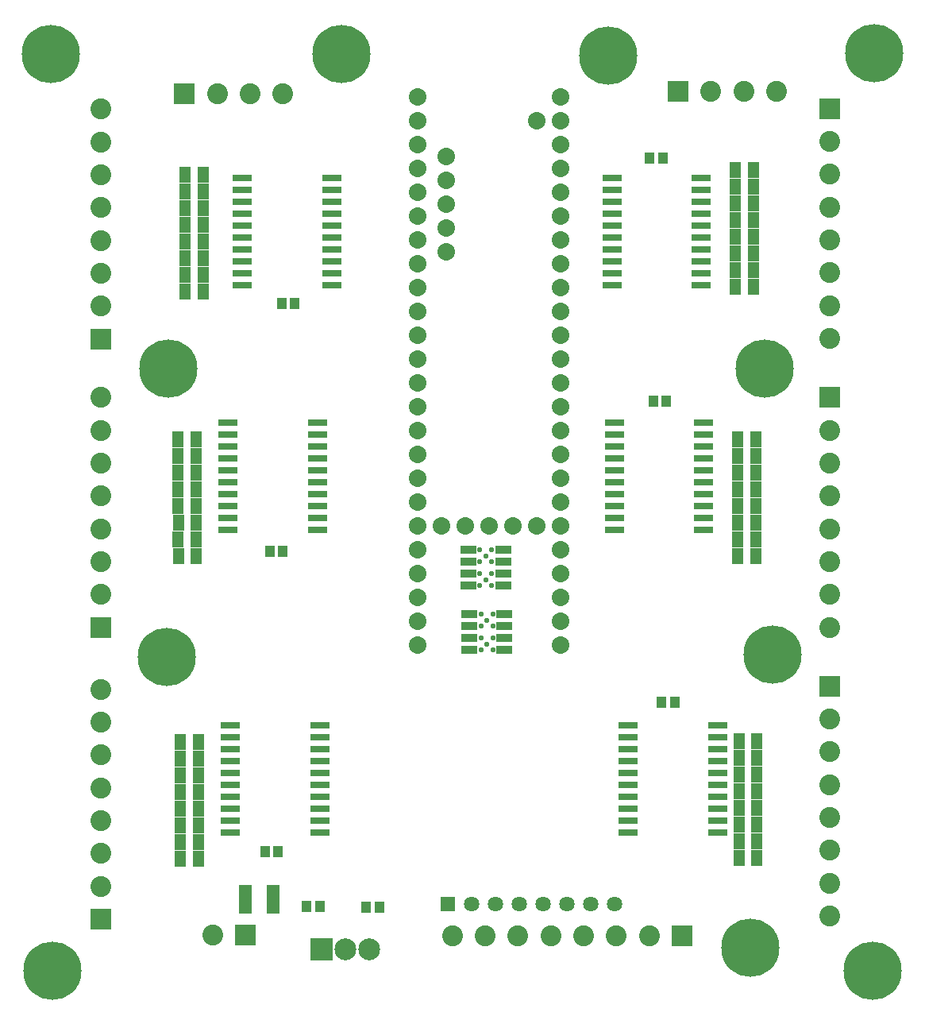
<source format=gts>
G04*
G04 #@! TF.GenerationSoftware,Altium Limited,Altium Designer,23.4.1 (23)*
G04*
G04 Layer_Color=8388736*
%FSLAX25Y25*%
%MOIN*%
G70*
G04*
G04 #@! TF.SameCoordinates,D3063454-9748-4D5F-95FB-788F291D17A3*
G04*
G04*
G04 #@! TF.FilePolarity,Negative*
G04*
G01*
G75*
%ADD20R,0.07900X0.02900*%
%ADD21R,0.04737X0.06509*%
%ADD22R,0.03871X0.04698*%
%ADD23R,0.06587X0.03713*%
%ADD24R,0.05446X0.11863*%
%ADD25R,0.08772X0.08772*%
%ADD26C,0.08772*%
%ADD27R,0.08772X0.08772*%
%ADD28R,0.06410X0.06410*%
%ADD29C,0.06410*%
%ADD30R,0.09186X0.09186*%
%ADD31C,0.09186*%
%ADD32C,0.07355*%
%ADD33C,0.02257*%
%ADD34C,0.24422*%
D20*
X188200Y166000D02*
D03*
Y171000D02*
D03*
Y176000D02*
D03*
Y181000D02*
D03*
Y186000D02*
D03*
Y191000D02*
D03*
Y196000D02*
D03*
Y201000D02*
D03*
Y206000D02*
D03*
Y211000D02*
D03*
X225800D02*
D03*
Y206000D02*
D03*
Y201000D02*
D03*
Y196000D02*
D03*
Y191000D02*
D03*
Y186000D02*
D03*
Y181000D02*
D03*
Y176000D02*
D03*
Y171000D02*
D03*
Y166000D02*
D03*
X187200Y293000D02*
D03*
Y298000D02*
D03*
Y303000D02*
D03*
Y308000D02*
D03*
Y313000D02*
D03*
Y318000D02*
D03*
Y323000D02*
D03*
Y328000D02*
D03*
Y333000D02*
D03*
Y338000D02*
D03*
X224800D02*
D03*
Y333000D02*
D03*
Y328000D02*
D03*
Y323000D02*
D03*
Y318000D02*
D03*
Y313000D02*
D03*
Y308000D02*
D03*
Y303000D02*
D03*
Y298000D02*
D03*
Y293000D02*
D03*
X193200Y395500D02*
D03*
Y400500D02*
D03*
Y405500D02*
D03*
Y410500D02*
D03*
Y415500D02*
D03*
Y420500D02*
D03*
Y425500D02*
D03*
Y430500D02*
D03*
Y435500D02*
D03*
Y440500D02*
D03*
X230800D02*
D03*
Y435500D02*
D03*
Y430500D02*
D03*
Y425500D02*
D03*
Y420500D02*
D03*
Y415500D02*
D03*
Y410500D02*
D03*
Y405500D02*
D03*
Y400500D02*
D03*
Y395500D02*
D03*
X355200Y211000D02*
D03*
Y206000D02*
D03*
Y201000D02*
D03*
Y196000D02*
D03*
Y191000D02*
D03*
Y186000D02*
D03*
Y181000D02*
D03*
Y176000D02*
D03*
Y171000D02*
D03*
Y166000D02*
D03*
X392800D02*
D03*
Y171000D02*
D03*
Y176000D02*
D03*
Y181000D02*
D03*
Y186000D02*
D03*
Y191000D02*
D03*
Y196000D02*
D03*
Y201000D02*
D03*
Y206000D02*
D03*
Y211000D02*
D03*
X348400Y440500D02*
D03*
Y435500D02*
D03*
Y430500D02*
D03*
Y425500D02*
D03*
Y420500D02*
D03*
Y415500D02*
D03*
Y410500D02*
D03*
Y405500D02*
D03*
Y400500D02*
D03*
Y395500D02*
D03*
X386000D02*
D03*
Y400500D02*
D03*
Y405500D02*
D03*
Y410500D02*
D03*
Y415500D02*
D03*
Y420500D02*
D03*
Y425500D02*
D03*
Y430500D02*
D03*
Y435500D02*
D03*
Y440500D02*
D03*
X349400Y338000D02*
D03*
Y333000D02*
D03*
Y328000D02*
D03*
Y323000D02*
D03*
Y318000D02*
D03*
Y313000D02*
D03*
Y308000D02*
D03*
Y303000D02*
D03*
Y298000D02*
D03*
Y293000D02*
D03*
X387000D02*
D03*
Y298000D02*
D03*
Y303000D02*
D03*
Y308000D02*
D03*
Y313000D02*
D03*
Y318000D02*
D03*
Y323000D02*
D03*
Y328000D02*
D03*
Y333000D02*
D03*
Y338000D02*
D03*
D21*
X166520Y296000D02*
D03*
X174000D02*
D03*
X166260Y303000D02*
D03*
X173740D02*
D03*
X166260Y310000D02*
D03*
X173740D02*
D03*
X166260Y331000D02*
D03*
X173740D02*
D03*
X166260Y289000D02*
D03*
X173740D02*
D03*
X166260Y324000D02*
D03*
X173740D02*
D03*
X166260Y317000D02*
D03*
X173740D02*
D03*
X166520Y282000D02*
D03*
X174000D02*
D03*
X169260Y435000D02*
D03*
X176740D02*
D03*
X169260Y393000D02*
D03*
X176740D02*
D03*
X169260Y400000D02*
D03*
X176740D02*
D03*
X169260Y407000D02*
D03*
X176740D02*
D03*
X169260Y414000D02*
D03*
X176740D02*
D03*
X169260Y428000D02*
D03*
X176740D02*
D03*
X169260Y421000D02*
D03*
X176740D02*
D03*
X169260Y442000D02*
D03*
X176740D02*
D03*
X400260Y430000D02*
D03*
X407740D02*
D03*
Y423000D02*
D03*
X400260D02*
D03*
X407740Y416000D02*
D03*
X400260D02*
D03*
X407740Y402000D02*
D03*
X400260D02*
D03*
X407740Y409000D02*
D03*
X400260D02*
D03*
X407740Y437000D02*
D03*
X400260D02*
D03*
X407740Y444000D02*
D03*
X400260D02*
D03*
X409248Y155328D02*
D03*
X401768D02*
D03*
X409248Y162328D02*
D03*
X401768D02*
D03*
X409248Y197328D02*
D03*
X401768D02*
D03*
X409248Y204328D02*
D03*
X401768D02*
D03*
X409248Y183328D02*
D03*
X401768D02*
D03*
X409248Y190328D02*
D03*
X401768D02*
D03*
X409248Y169328D02*
D03*
X401768D02*
D03*
X409248Y176328D02*
D03*
X401768D02*
D03*
X408740Y296000D02*
D03*
X401260D02*
D03*
X408740Y317000D02*
D03*
X401260D02*
D03*
X408740Y303000D02*
D03*
X401260D02*
D03*
X408740Y310000D02*
D03*
X401260D02*
D03*
X408740Y289000D02*
D03*
X401260D02*
D03*
X408740Y282000D02*
D03*
X401260D02*
D03*
X408740Y331000D02*
D03*
X401260D02*
D03*
X408740Y324000D02*
D03*
X401260D02*
D03*
X407740Y395000D02*
D03*
X400260D02*
D03*
X174740Y155000D02*
D03*
X167260D02*
D03*
X174740Y162000D02*
D03*
X167260D02*
D03*
X174740Y169000D02*
D03*
X167260D02*
D03*
X174740Y176000D02*
D03*
X167260D02*
D03*
X174740Y183000D02*
D03*
X167260D02*
D03*
X174740Y190000D02*
D03*
X167260D02*
D03*
X174740Y197000D02*
D03*
X167260D02*
D03*
X174740Y204000D02*
D03*
X167260D02*
D03*
D22*
X210256Y284000D02*
D03*
X204744D02*
D03*
X220244Y135000D02*
D03*
X225756D02*
D03*
X245244Y134500D02*
D03*
X250756D02*
D03*
X364244Y449000D02*
D03*
X369756D02*
D03*
X369244Y220500D02*
D03*
X374756D02*
D03*
X365744Y347000D02*
D03*
X371256D02*
D03*
X209744Y388000D02*
D03*
X215256D02*
D03*
X208256Y158000D02*
D03*
X202744D02*
D03*
D23*
X288138Y269500D02*
D03*
X302862D02*
D03*
X288138Y274500D02*
D03*
X302862D02*
D03*
X288138Y279500D02*
D03*
X302862D02*
D03*
X288138Y284500D02*
D03*
X302862D02*
D03*
X288638Y242500D02*
D03*
X303362D02*
D03*
X288638Y247500D02*
D03*
X303362D02*
D03*
X288638Y252500D02*
D03*
X303362D02*
D03*
X288638Y257500D02*
D03*
X303362D02*
D03*
D24*
X194653Y138000D02*
D03*
X206347D02*
D03*
D25*
X168941Y476000D02*
D03*
X376220Y477000D02*
D03*
X194500Y123000D02*
D03*
X377898Y122500D02*
D03*
D26*
X182720Y476000D02*
D03*
X196500D02*
D03*
X210279D02*
D03*
X390000Y477000D02*
D03*
X403780D02*
D03*
X417559D02*
D03*
X134000Y348457D02*
D03*
Y334677D02*
D03*
Y320898D02*
D03*
Y307118D02*
D03*
Y293339D02*
D03*
Y279559D02*
D03*
Y265779D02*
D03*
X180720Y123000D02*
D03*
X364118Y122500D02*
D03*
X350339D02*
D03*
X336559D02*
D03*
X322779D02*
D03*
X309000D02*
D03*
X295220D02*
D03*
X281441D02*
D03*
X440000Y455898D02*
D03*
Y442118D02*
D03*
Y428339D02*
D03*
Y414559D02*
D03*
Y400779D02*
D03*
Y387000D02*
D03*
Y373220D02*
D03*
X134000Y386779D02*
D03*
Y400559D02*
D03*
Y414339D02*
D03*
Y428118D02*
D03*
Y441898D02*
D03*
Y455677D02*
D03*
Y469457D02*
D03*
Y143323D02*
D03*
Y157102D02*
D03*
Y170882D02*
D03*
Y184661D02*
D03*
Y198441D02*
D03*
Y212221D02*
D03*
Y226000D02*
D03*
X440000Y334677D02*
D03*
Y320898D02*
D03*
Y307118D02*
D03*
Y293339D02*
D03*
Y279559D02*
D03*
Y265779D02*
D03*
Y252000D02*
D03*
Y213559D02*
D03*
Y199779D02*
D03*
Y186000D02*
D03*
Y172221D02*
D03*
Y158441D02*
D03*
Y144661D02*
D03*
Y130882D02*
D03*
D27*
X134000Y252000D02*
D03*
X440000Y469677D02*
D03*
X134000Y373000D02*
D03*
Y129543D02*
D03*
X440000Y348457D02*
D03*
Y227339D02*
D03*
D28*
X279500Y136000D02*
D03*
D29*
X289500D02*
D03*
X299500D02*
D03*
X309500D02*
D03*
X319500D02*
D03*
X329500D02*
D03*
X339500D02*
D03*
X349500D02*
D03*
D30*
X226421Y117000D02*
D03*
D31*
X236461D02*
D03*
X246500D02*
D03*
D32*
X267000Y454500D02*
D03*
Y444500D02*
D03*
Y434500D02*
D03*
Y424500D02*
D03*
Y414500D02*
D03*
Y404500D02*
D03*
Y394500D02*
D03*
Y384500D02*
D03*
Y374500D02*
D03*
Y364500D02*
D03*
Y354500D02*
D03*
Y344500D02*
D03*
X327000D02*
D03*
Y354500D02*
D03*
Y364500D02*
D03*
Y374500D02*
D03*
Y384500D02*
D03*
Y394500D02*
D03*
Y404500D02*
D03*
Y414500D02*
D03*
Y424500D02*
D03*
Y434500D02*
D03*
Y444500D02*
D03*
X267000Y324500D02*
D03*
Y314500D02*
D03*
Y304500D02*
D03*
Y294500D02*
D03*
Y284500D02*
D03*
Y274500D02*
D03*
Y264500D02*
D03*
Y254500D02*
D03*
Y244500D02*
D03*
X327000D02*
D03*
Y254500D02*
D03*
Y264500D02*
D03*
Y274500D02*
D03*
Y284500D02*
D03*
Y294500D02*
D03*
Y304500D02*
D03*
Y314500D02*
D03*
Y324500D02*
D03*
X267000Y334500D02*
D03*
X277000Y294500D02*
D03*
X287000D02*
D03*
X297000D02*
D03*
X307000D02*
D03*
X317000D02*
D03*
X279008Y409500D02*
D03*
Y419500D02*
D03*
Y429500D02*
D03*
Y439500D02*
D03*
Y449500D02*
D03*
X327000Y454500D02*
D03*
Y474500D02*
D03*
X267000Y464500D02*
D03*
X317000D02*
D03*
X327000Y334500D02*
D03*
Y464500D02*
D03*
X267000Y474500D02*
D03*
D33*
X293000Y269500D02*
D03*
X298000D02*
D03*
X293000Y274500D02*
D03*
X298000D02*
D03*
X293000Y279500D02*
D03*
X298000D02*
D03*
X293000Y284500D02*
D03*
X298000D02*
D03*
X295500Y272020D02*
D03*
Y281980D02*
D03*
X293500Y242500D02*
D03*
X298500D02*
D03*
X293500Y247500D02*
D03*
X298500D02*
D03*
X293500Y252500D02*
D03*
X298500D02*
D03*
X293500Y257500D02*
D03*
X298500D02*
D03*
X296000Y245020D02*
D03*
Y254980D02*
D03*
D34*
X235000Y492500D02*
D03*
X347000Y492000D02*
D03*
X406500Y117500D02*
D03*
X416000Y240500D02*
D03*
X412500Y360500D02*
D03*
X458500Y493000D02*
D03*
X458000Y108000D02*
D03*
X113500D02*
D03*
X161500Y239500D02*
D03*
X162225Y360452D02*
D03*
X113000Y492500D02*
D03*
M02*

</source>
